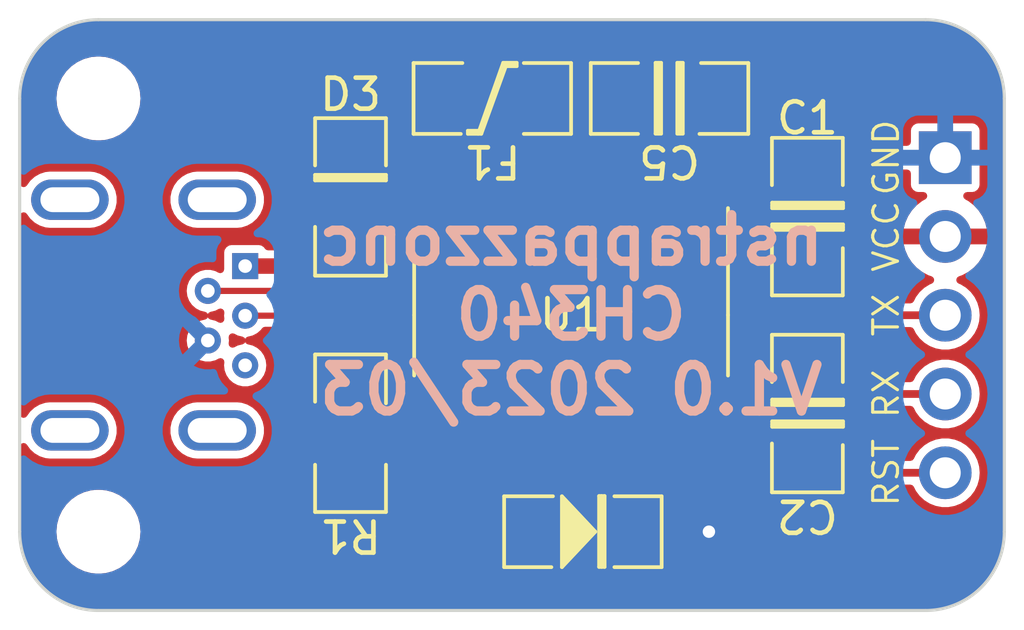
<source format=kicad_pcb>
(kicad_pcb (version 20221018) (generator pcbnew)
  (layers (0 "F.Cu" signal) (31 "B.Cu" signal) (34 "B.Paste" user) (35 "F.Paste" user) (36 "B.SilkS" user "B.Silkscreen") (37 "F.SilkS" user "F.Silkscreen") (38 "B.Mask" user) (39 "F.Mask" user) (44 "Edge.Cuts" user))
  (net 0 "")
  (net 1 "V3")
  (net 2 "RST")
  (net 3 "GND")
  (net 4 "DTR")
  (net 5 "VCC")
  (net 6 "Net-(D1-A)")
  (net 7 "Net-(D3-K)")
  (net 16 "TX")
  (net 17 "RX")
  (net 19 "D-")
  (net 20 "D+")
  (net 21 "VBUS")
  (footprint "Library:R1206" (layer "F.Cu") (at 86.868 117.475 90)
    (fp_text reference "R1" (at -3.302 0 180 unlocked) (layer "F.SilkS"))
    (fp_text value "1K" hide)
    (fp_line (start -2.54 -1.143) (end -1.016 -1.143) (stroke (width 0.12)) (layer "F.SilkS"))
    (fp_line (start -2.54 1.143) (end -2.54 -1.143) (stroke (width 0.12)) (layer "F.SilkS"))
    (fp_line (start -2.54 1.143) (end -1.016 1.143) (stroke (width 0.12)) (layer "F.SilkS"))
    (fp_line (start 2.54 -1.143) (end 1.016 -1.143) (stroke (width 0.12)) (layer "F.SilkS"))
    (fp_line (start 2.54 -1.143) (end 2.54 1.143) (stroke (width 0.12)) (layer "F.SilkS"))
    (fp_line (start 2.54 1.143) (end 0.9652 1.143) (stroke (width 0.12)) (layer "F.SilkS"))
    (pad "1" smd roundrect (at -1.651 0 90) (size 1.4 1.7) (layers "F.Cu" "F.Paste" "F.Mask") (net 6 "Net-(D1-A)"))
    (pad "2" smd roundrect (at 1.651 -0.02 90) (size 1.4 1.75) (layers "F.Cu" "F.Paste" "F.Mask") (net 5 "VCC"))
  )
  (footprint "MountingHole:MountingHole_2.2mm_M2_DIN965" (layer "F.Cu") (at 78.74 120.65)
    (fp_text reference "H2" hide)
    (fp_text value "MountingHole" hide)
    (pad "" np_thru_hole circle (at 0 0) (size 2.2 2.2) (drill 2.2) (layers "*.Cu" "*.Mask"))
  )
  (footprint "Library:F1206" (layer "F.Cu") (at 91.44 106.68 180)
    (fp_text reference "F1" (at 0 -2.032 180 unlocked) (layer "F.SilkS"))
    (fp_text value "Polyfuse" hide)
    (fp_line (start -2.54 -1.143) (end -1.016 -1.143) (stroke (width 0.12)) (layer "F.SilkS"))
    (fp_line (start -2.54 1.143) (end -2.54 -1.143) (stroke (width 0.12)) (layer "F.SilkS"))
    (fp_line (start -2.54 1.143) (end -1.016 1.143) (stroke (width 0.12)) (layer "F.SilkS"))
    (fp_line (start -0.7874 1.0414) (end -0.7874 1.15) (stroke (width 0.12)) (layer "F.SilkS"))
    (fp_line (start -0.7874 1.0414) (end -0.3514 1.0414) (stroke (width 0.12)) (layer "F.SilkS"))
    (fp_line (start -0.7874 1.15) (end -0.3514 1.15) (stroke (width 0.12)) (layer "F.SilkS"))
    (fp_line (start -0.4754 1.15) (end 0.3556 -1.14) (stroke (width 0.12)) (layer "F.SilkS"))
    (fp_line (start -0.3514 1.15) (end 0.4572 -1.14) (stroke (width 0.12)) (layer "F.SilkS"))
    (fp_line (start 0.3514 -1.0414) (end 0.7874 -1.0414) (stroke (width 0.12)) (layer "F.SilkS"))
    (fp_line (start 0.3556 -1.14) (end 0.7874 -1.14) (stroke (width 0.12)) (layer "F.SilkS"))
    (fp_line (start 0.7874 -1.0414) (end 0.7874 -1.14) (stroke (width 0.12)) (layer "F.SilkS"))
    (fp_line (start 2.54 -1.143) (end 1.016 -1.143) (stroke (width 0.12)) (layer "F.SilkS"))
    (fp_line (start 2.54 -1.143) (end 2.54 1.143) (stroke (width 0.12)) (layer "F.SilkS"))
    (fp_line (start 2.54 1.143) (end 0.9652 1.143) (stroke (width 0.12)) (layer "F.SilkS"))
    (pad "1" smd roundrect (at -1.651 0 180) (size 1.4 1.7) (layers "F.Cu" "F.Paste" "F.Mask") (net 5 "VCC"))
    (pad "2" smd roundrect (at 1.651 -0.02 180) (size 1.4 1.75) (layers "F.Cu" "F.Paste" "F.Mask") (net 7 "Net-(D3-K)"))
  )
  (footprint "Library:D1206" (layer "F.Cu") (at 86.868 109.855 -90)
    (fp_text reference "D3" (at -3.302 0 unlocked) (layer "F.SilkS"))
    (fp_text value "D" hide)
    (fp_line (start -2.54 -1.143) (end -1.016 -1.143) (stroke (width 0.12)) (layer "F.SilkS"))
    (fp_line (start -2.54 1.143) (end -2.54 -1.143) (stroke (width 0.12)) (layer "F.SilkS"))
    (fp_line (start -2.54 1.143) (end -1.016 1.143) (stroke (width 0.12)) (layer "F.SilkS"))
    (fp_line (start -0.7112 -1.143) (end -0.5334 -1.143) (stroke (width 0.12)) (layer "F.SilkS"))
    (fp_line (start -0.7112 1.143) (end -0.7112 -1.143) (stroke (width 0.12)) (layer "F.SilkS"))
    (fp_line (start -0.7112 1.143) (end -0.5334 1.143) (stroke (width 0.12)) (layer "F.SilkS"))
    (fp_line (start -0.6096 1.143) (end -0.6096 -1.143) (stroke (width 0.12)) (layer "F.SilkS"))
    (fp_line (start -0.5334 1.143) (end -0.5334 -1.143) (stroke (width 0.12)) (layer "F.SilkS"))
    (fp_line (start 2.54 -1.143) (end 1.016 -1.143) (stroke (width 0.12)) (layer "F.SilkS"))
    (fp_line (start 2.54 -1.143) (end 2.54 1.143) (stroke (width 0.12)) (layer "F.SilkS"))
    (fp_line (start 2.54 1.143) (end 0.9652 1.143) (stroke (width 0.12)) (layer "F.SilkS"))
    (pad "1" smd roundrect (at -1.651 0 270) (size 1.4 1.7) (layers "F.Cu" "F.Paste" "F.Mask") (net 7 "Net-(D3-K)"))
    (pad "2" smd roundrect (at 1.651 -0.02 270) (size 1.4 1.75) (layers "F.Cu" "F.Paste" "F.Mask") (net 21 "VBUS"))
  )
  (footprint "Library:L1206" (layer "F.Cu") (at 94.361 120.65 180)
    (fp_text reference "D1" hide)
    (fp_text value "POWER" hide)
    (fp_line (start -2.54 -1.143) (end -1.016 -1.143) (stroke (width 0.12)) (layer "F.SilkS"))
    (fp_line (start -2.54 1.143) (end -2.54 -1.143) (stroke (width 0.12)) (layer "F.SilkS"))
    (fp_line (start -2.54 1.143) (end -1.016 1.143) (stroke (width 0.12)) (layer "F.SilkS"))
    (fp_line (start -0.7 -1.136) (end -0.5222 -1.136) (stroke (width 0.12)) (layer "F.SilkS"))
    (fp_line (start -0.7 1.15) (end -0.7 -1.136) (stroke (width 0.12)) (layer "F.SilkS"))
    (fp_line (start -0.7 1.15) (end -0.5222 1.15) (stroke (width 0.12)) (layer "F.SilkS"))
    (fp_line (start -0.5984 1.15) (end -0.5984 -1.136) (stroke (width 0.12)) (layer "F.SilkS"))
    (fp_line (start -0.5222 1.15) (end -0.5222 -1.136) (stroke (width 0.12)) (layer "F.SilkS"))
    (fp_line (start -0.4 0) (end 0.6762 -1.143) (stroke (width 0.12)) (layer "F.SilkS"))
    (fp_line (start -0.35 0) (end -0.35 0) (stroke (width 0.12)) (layer "F.SilkS"))
    (fp_line (start -0.25 0.1) (end -0.25 -0.1) (stroke (width 0.12)) (layer "F.SilkS"))
    (fp_line (start -0.15 0.2) (end -0.15 -0.2) (stroke (width 0.12)) (layer "F.SilkS"))
    (fp_line (start -0.05 0.3) (end -0.05 -0.3) (stroke (width 0.12)) (layer "F.SilkS"))
    (fp_line (start 0.05 0.4) (end 0.05 -0.4) (stroke (width 0.12)) (layer "F.SilkS"))
    (fp_line (start 0.15 0.5) (end 0.15 -0.5) (stroke (width 0.12)) (layer "F.SilkS"))
    (fp_line (start 0.25 0.65) (end 0.25 -0.6) (stroke (width 0.12)) (layer "F.SilkS"))
    (fp_line (start 0.35 0.75) (end 0.35 -0.75) (stroke (width 0.12)) (layer "F.SilkS"))
    (fp_line (start 0.45 0.8) (end 0.45 -0.8) (stroke (width 0.12)) (layer "F.SilkS"))
    (fp_line (start 0.5 0.9) (end 0.5 -0.9) (stroke (width 0.12)) (layer "F.SilkS"))
    (fp_line (start 0.6 0.95) (end 0.6 -0.943) (stroke (width 0.12)) (layer "F.SilkS"))
    (fp_line (start 0.6762 1.143) (end -0.4 0) (stroke (width 0.12)) (layer "F.SilkS"))
    (fp_line (start 0.6762 1.143) (end 0.6762 -1.143) (stroke (width 0.12)) (layer "F.SilkS"))
    (fp_line (start 2.54 -1.143) (end 1.016 -1.143) (stroke (width 0.12)) (layer "F.SilkS"))
    (fp_line (start 2.54 -1.143) (end 2.54 1.143) (stroke (width 0.12)) (layer "F.SilkS"))
    (fp_line (start 2.54 1.143) (end 0.9652 1.143) (stroke (width 0.12)) (layer "F.SilkS"))
    (pad "1" smd roundrect (at -1.651 0 180) (size 1.4 1.7) (layers "F.Cu" "F.Paste" "F.Mask") (net 3 "GND"))
    (pad "2" smd roundrect (at 1.651 -0.02 180) (size 1.4 1.75) (layers "F.Cu" "F.Paste" "F.Mask") (net 6 "Net-(D1-A)"))
  )
  (footprint "Library:C1206" (layer "F.Cu") (at 97.155 106.68)
    (fp_text reference "C5" (at 0 2.032 180 unlocked) (layer "F.SilkS"))
    (fp_text value "100nF" hide)
    (fp_line (start -2.54 -1.143) (end -1.016 -1.143) (stroke (width 0.12)) (layer "F.SilkS"))
    (fp_line (start -2.54 1.143) (end -2.54 -1.143) (stroke (width 0.12)) (layer "F.SilkS"))
    (fp_line (start -2.54 1.143) (end -1.016 1.143) (stroke (width 0.12)) (layer "F.SilkS"))
    (fp_line (start -0.45 -1.15) (end -0.2722 -1.15) (stroke (width 0.12)) (layer "F.SilkS"))
    (fp_line (start -0.45 1.136) (end -0.45 -1.15) (stroke (width 0.12)) (layer "F.SilkS"))
    (fp_line (start -0.45 1.136) (end -0.2722 1.136) (stroke (width 0.12)) (layer "F.SilkS"))
    (fp_line (start -0.3484 1.136) (end -0.3484 -1.15) (stroke (width 0.12)) (layer "F.SilkS"))
    (fp_line (start -0.2722 1.136) (end -0.2722 -1.15) (stroke (width 0.12)) (layer "F.SilkS"))
    (fp_line (start 0.25 -1.15) (end 0.4278 -1.15) (stroke (width 0.12)) (layer "F.SilkS"))
    (fp_line (start 0.25 1.136) (end 0.25 -1.15) (stroke (width 0.12)) (layer "F.SilkS"))
    (fp_line (start 0.25 1.136) (end 0.4278 1.136) (stroke (width 0.12)) (layer "F.SilkS"))
    (fp_line (start 0.3516 1.136) (end 0.3516 -1.15) (stroke (width 0.12)) (layer "F.SilkS"))
    (fp_line (start 0.4278 1.136) (end 0.4278 -1.15) (stroke (width 0.12)) (layer "F.SilkS"))
    (fp_line (start 2.54 -1.143) (end 1.016 -1.143) (stroke (width 0.12)) (layer "F.SilkS"))
    (fp_line (start 2.54 -1.143) (end 2.54 1.143) (stroke (width 0.12)) (layer "F.SilkS"))
    (fp_line (start 2.54 1.143) (end 0.9652 1.143) (stroke (width 0.12)) (layer "F.SilkS"))
    (pad "1" smd roundrect (at -1.651 0) (size 1.4 1.7) (layers "F.Cu" "F.Paste" "F.Mask") (net 5 "VCC"))
    (pad "2" smd roundrect (at 1.651 -0.02) (size 1.4 1.75) (layers "F.Cu" "F.Paste" "F.Mask") (net 3 "GND"))
  )
  (footprint "Connector_PinHeader_2.54mm:PinHeader_1x05_P2.54mm_Vertical" (layer "F.Cu") (at 106.045 108.59)
    (fp_text reference "J2" hide)
    (fp_text value "Serial Connector" hide)
    (pad "1" thru_hole rect (at 0 0) (size 1.7 1.7) (drill 1) (layers "*.Cu" "*.Mask") (net 3 "GND"))
    (pad "2" thru_hole oval (at 0 2.54) (size 1.7 1.7) (drill 1) (layers "*.Cu" "*.Mask") (net 5 "VCC"))
    (pad "3" thru_hole oval (at 0 5.08) (size 1.7 1.7) (drill 1) (layers "*.Cu" "*.Mask") (net 16 "TX"))
    (pad "4" thru_hole oval (at 0 7.62) (size 1.7 1.7) (drill 1) (layers "*.Cu" "*.Mask") (net 17 "RX"))
    (pad "5" thru_hole oval (at 0 10.16) (size 1.7 1.7) (drill 1) (layers "*.Cu" "*.Mask") (net 2 "RST"))
  )
  (footprint "Library:C1206" (layer "F.Cu") (at 101.6 116.84 -90)
    (fp_text reference "C2" (at 3.302 0 180 unlocked) (layer "F.SilkS"))
    (fp_text value "100nF" hide)
    (fp_line (start -2.54 -1.143) (end -1.016 -1.143) (stroke (width 0.12)) (layer "F.SilkS"))
    (fp_line (start -2.54 1.143) (end -2.54 -1.143) (stroke (width 0.12)) (layer "F.SilkS"))
    (fp_line (start -2.54 1.143) (end -1.016 1.143) (stroke (width 0.12)) (layer "F.SilkS"))
    (fp_line (start -0.45 -1.15) (end -0.2722 -1.15) (stroke (width 0.12)) (layer "F.SilkS"))
    (fp_line (start -0.45 1.136) (end -0.45 -1.15) (stroke (width 0.12)) (layer "F.SilkS"))
    (fp_line (start -0.45 1.136) (end -0.2722 1.136) (stroke (width 0.12)) (layer "F.SilkS"))
    (fp_line (start -0.3484 1.136) (end -0.3484 -1.15) (stroke (width 0.12)) (layer "F.SilkS"))
    (fp_line (start -0.2722 1.136) (end -0.2722 -1.15) (stroke (width 0.12)) (layer "F.SilkS"))
    (fp_line (start 0.25 -1.15) (end 0.4278 -1.15) (stroke (width 0.12)) (layer "F.SilkS"))
    (fp_line (start 0.25 1.136) (end 0.25 -1.15) (stroke (width 0.12)) (layer "F.SilkS"))
    (fp_line (start 0.25 1.136) (end 0.4278 1.136) (stroke (width 0.12)) (layer "F.SilkS"))
    (fp_line (start 0.3516 1.136) (end 0.3516 -1.15) (stroke (width 0.12)) (layer "F.SilkS"))
    (fp_line (start 0.4278 1.136) (end 0.4278 -1.15) (stroke (width 0.12)) (layer "F.SilkS"))
    (fp_line (start 2.54 -1.143) (end 1.016 -1.143) (stroke (width 0.12)) (layer "F.SilkS"))
    (fp_line (start 2.54 -1.143) (end 2.54 1.143) (stroke (width 0.12)) (layer "F.SilkS"))
    (fp_line (start 2.54 1.143) (end 0.9652 1.143) (stroke (width 0.12)) (layer "F.SilkS"))
    (pad "1" smd roundrect (at -1.651 0 270) (size 1.4 1.7) (layers "F.Cu" "F.Paste" "F.Mask") (net 4 "DTR"))
    (pad "2" smd roundrect (at 1.651 -0.02 270) (size 1.4 1.75) (layers "F.Cu" "F.Paste" "F.Mask") (net 2 "RST"))
  )
  (footprint "Library:USB_Micro-B" (layer "F.Cu") (at 80.645 113.665 -90)
    (fp_text reference "J1" hide)
    (fp_text value "USB_A" hide)
    (pad "1" thru_hole rect (at -1.58 -2.826 270) (size 0.84 0.84) (drill 0.44) (layers "*.Cu" "*.Mask") (net 21 "VBUS"))
    (pad "2" thru_hole circle (at -0.78 -1.622 270) (size 0.84 0.84) (drill 0.44) (layers "*.Cu" "*.Mask") (net 19 "D-"))
    (pad "3" thru_hole circle (at 0.02 -2.826 270) (size 0.84 0.84) (drill 0.44) (layers "*.Cu" "*.Mask") (net 20 "D+"))
    (pad "4" thru_hole circle (at 0.82 -1.622 270) (size 0.84 0.84) (drill 0.44) (layers "*.Cu" "*.Mask") (net 3 "GND"))
    (pad "5" thru_hole circle (at 1.62 -2.826 270) (size 0.84 0.84) (drill 0.44) (layers "*.Cu" "*.Mask"))
    (pad "6" thru_hole oval (at -3.72 -1.924 270) (size 1.3 2.5) (drill oval 0.8 1.9) (layers "*.Cu" "*.Mask"))
    (pad "6" thru_hole oval (at -3.72 2.826 270) (size 1.3 2.5) (drill oval 0.8 1.9) (layers "*.Cu" "*.Mask"))
    (pad "6" thru_hole oval (at 3.72 -1.924 270) (size 1.3 2.5) (drill oval 0.8 1.9) (layers "*.Cu" "*.Mask"))
    (pad "6" thru_hole oval (at 3.72 2.826 270) (size 1.3 2.5) (drill oval 0.8 1.9) (layers "*.Cu" "*.Mask"))
  )
  (footprint "Package_SO:SOIC-16_3.9x9.9mm_P1.27mm" (layer "F.Cu") (at 93.98 113.665 -90)
    (fp_text reference "U1" (at 0 0) (layer "F.SilkS"))
    (fp_text value "CH340C" hide)
    (fp_line (start 0 -5.06) (end -3.45 -5.06) (stroke (width 0.12)) (layer "F.SilkS"))
    (fp_line (start 0 -5.06) (end 1.95 -5.06) (stroke (width 0.12)) (layer "F.SilkS"))
    (fp_line (start 0 5.06) (end -1.95 5.06) (stroke (width 0.12)) (layer "F.SilkS"))
    (fp_line (start 0 5.06) (end 1.95 5.06) (stroke (width 0.12)) (layer "F.SilkS"))
    (pad "1" smd roundrect (at -2.475 -4.445 270) (size 1.95 0.6) (layers "F.Cu" "F.Paste" "F.Mask") (net 3 "GND"))
    (pad "2" smd roundrect (at -2.475 -3.175 270) (size 1.95 0.6) (layers "F.Cu" "F.Paste" "F.Mask") (net 16 "TX"))
    (pad "3" smd roundrect (at -2.475 -1.905 270) (size 1.95 0.6) (layers "F.Cu" "F.Paste" "F.Mask") (net 17 "RX"))
    (pad "4" smd roundrect (at -2.475 -0.635 270) (size 1.95 0.6) (layers "F.Cu" "F.Paste" "F.Mask") (net 1 "V3"))
    (pad "5" smd roundrect (at -2.475 0.635 270) (size 1.95 0.6) (layers "F.Cu" "F.Paste" "F.Mask") (net 20 "D+"))
    (pad "6" smd roundrect (at -2.475 1.905 270) (size 1.95 0.6) (layers "F.Cu" "F.Paste" "F.Mask") (net 19 "D-"))
    (pad "7" smd roundrect (at -2.475 3.175 270) (size 1.95 0.6) (layers "F.Cu" "F.Paste" "F.Mask"))
    (pad "8" smd roundrect (at -2.475 4.445 270) (size 1.95 0.6) (layers "F.Cu" "F.Paste" "F.Mask"))
    (pad "9" smd roundrect (at 2.475 4.445 270) (size 1.95 0.6) (layers "F.Cu" "F.Paste" "F.Mask"))
    (pad "10" smd roundrect (at 2.475 3.175 270) (size 1.95 0.6) (layers "F.Cu" "F.Paste" "F.Mask"))
    (pad "11" smd roundrect (at 2.475 1.905 270) (size 1.95 0.6) (layers "F.Cu" "F.Paste" "F.Mask"))
    (pad "12" smd roundrect (at 2.475 0.635 270) (size 1.95 0.6) (layers "F.Cu" "F.Paste" "F.Mask"))
    (pad "13" smd roundrect (at 2.475 -0.635 270) (size 1.95 0.6) (layers "F.Cu" "F.Paste" "F.Mask") (net 4 "DTR"))
    (pad "14" smd roundrect (at 2.475 -1.905 270) (size 1.95 0.6) (layers "F.Cu" "F.Paste" "F.Mask"))
    (pad "15" smd roundrect (at 2.475 -3.175 270) (size 1.95 0.6) (layers "F.Cu" "F.Paste" "F.Mask"))
    (pad "16" smd roundrect (at 2.475 -4.445 270) (size 1.95 0.6) (layers "F.Cu" "F.Paste" "F.Mask") (net 5 "VCC"))
  )
  (footprint "Library:C1206" (layer "F.Cu") (at 101.6 110.49 -90)
    (fp_text reference "C1" (at -3.175 0 unlocked) (layer "F.SilkS"))
    (fp_text value "10nF" hide)
    (fp_line (start -2.54 -1.143) (end -1.016 -1.143) (stroke (width 0.12)) (layer "F.SilkS"))
    (fp_line (start -2.54 1.143) (end -2.54 -1.143) (stroke (width 0.12)) (layer "F.SilkS"))
    (fp_line (start -2.54 1.143) (end -1.016 1.143) (stroke (width 0.12)) (layer "F.SilkS"))
    (fp_line (start -0.45 -1.15) (end -0.2722 -1.15) (stroke (width 0.12)) (layer "F.SilkS"))
    (fp_line (start -0.45 1.136) (end -0.45 -1.15) (stroke (width 0.12)) (layer "F.SilkS"))
    (fp_line (start -0.45 1.136) (end -0.2722 1.136) (stroke (width 0.12)) (layer "F.SilkS"))
    (fp_line (start -0.3484 1.136) (end -0.3484 -1.15) (stroke (width 0.12)) (layer "F.SilkS"))
    (fp_line (start -0.2722 1.136) (end -0.2722 -1.15) (stroke (width 0.12)) (layer "F.SilkS"))
    (fp_line (start 0.25 -1.15) (end 0.4278 -1.15) (stroke (width 0.12)) (layer "F.SilkS"))
    (fp_line (start 0.25 1.136) (end 0.25 -1.15) (stroke (width 0.12)) (layer "F.SilkS"))
    (fp_line (start 0.25 1.136) (end 0.4278 1.136) (stroke (width 0.12)) (layer "F.SilkS"))
    (fp_line (start 0.3516 1.136) (end 0.3516 -1.15) (stroke (width 0.12)) (layer "F.SilkS"))
    (fp_line (start 0.4278 1.136) (end 0.4278 -1.15) (stroke (width 0.12)) (layer "F.SilkS"))
    (fp_line (start 2.54 -1.143) (end 1.016 -1.143) (stroke (width 0.12)) (layer "F.SilkS"))
    (fp_line (start 2.54 -1.143) (end 2.54 1.143) (stroke (width 0.12)) (layer "F.SilkS"))
    (fp_line (start 2.54 1.143) (end 0.9652 1.143) (stroke (width 0.12)) (layer "F.SilkS"))
    (pad "1" smd roundrect (at -1.651 0 270) (size 1.4 1.7) (layers "F.Cu" "F.Paste" "F.Mask") (net 1 "V3"))
    (pad "2" smd roundrect (at 1.651 -0.02 270) (size 1.4 1.75) (layers "F.Cu" "F.Paste" "F.Mask") (net 3 "GND"))
  )
  (footprint "MountingHole:MountingHole_2.2mm_M2_DIN965" (layer "F.Cu") (at 78.74 106.68)
    (fp_text reference "H1" hide)
    (fp_text value "MountingHole" hide)
    (pad "" np_thru_hole circle (at 0 0) (size 2.2 2.2) (drill 2.2) (layers "*.Cu" "*.Mask"))
  )
  (gr_line (start 107.95 106.68) (end 107.95 120.65) (stroke (width 0.1)) (layer "Edge.Cuts"))
  (gr_arc (start 78.74 123.19) (mid 76.943949 122.446051) (end 76.2 120.65) (stroke (width 0.1)) (layer "Edge.Cuts"))
  (gr_line (start 105.41 104.14) (end 78.74 104.14) (stroke (width 0.1)) (layer "Edge.Cuts"))
  (gr_arc (start 107.95 120.65) (mid 107.206051 122.446051) (end 105.41 123.19) (stroke (width 0.1)) (layer "Edge.Cuts"))
  (gr_line (start 78.74 123.19) (end 105.41 123.19) (stroke (width 0.1)) (layer "Edge.Cuts"))
  (gr_line (start 76.2 106.68) (end 76.2 120.65) (stroke (width 0.1)) (layer "Edge.Cuts"))
  (gr_arc (start 76.2 106.68) (mid 76.943949 104.883949) (end 78.74 104.14) (stroke (width 0.1)) (layer "Edge.Cuts"))
  (gr_arc (start 105.41 104.14) (mid 107.206051 104.883949) (end 107.95 106.68) (stroke (width 0.1)) (layer "Edge.Cuts"))
  (gr_text "nstrappazzonc\nCH340\nV1.0 2023/03" (at 93.98 113.665) (layer "B.SilkS") (effects (font (size 1.5 1.5) (thickness 0.3)) (justify mirror)))
  (gr_text "RST" (at 104.14 118.745 90) (layer "F.SilkS") (effects (font (size 0.8 0.8) (thickness 0.1))))
  (gr_text "TX" (at 104.14 113.665 90) (layer "F.SilkS") (effects (font (size 0.8 0.8) (thickness 0.1))))
  (gr_text "RX" (at 104.14 116.205 90) (layer "F.SilkS") (effects (font (size 0.8 0.8) (thickness 0.1))))
  (gr_text "GND" (at 104.14 108.585 90) (layer "F.SilkS") (effects (font (size 0.8 0.8) (thickness 0.1))))
  (gr_text "VCC" (at 104.14 111.125 90) (layer "F.SilkS") (effects (font (size 0.8 0.8) (thickness 0.1))))
  (segment (start 94.615 109.22) (end 94.996 108.839) (width 0.25) (layer "F.Cu") (net 1))
  (segment (start 94.615 111.19) (end 94.615 109.22) (width 0.25) (layer "F.Cu") (net 1))
  (segment (start 94.996 108.839) (end 101.58 108.839) (width 0.25) (layer "F.Cu") (net 1))
  (segment (start 103.51 118.75) (end 106.045 118.75) (width 0.25) (layer "F.Cu") (net 2))
  (segment (start 103.251 118.491) (end 103.51 118.75) (width 0.25) (layer "F.Cu") (net 2))
  (segment (start 101.62 118.491) (end 103.251 118.491) (width 0.25) (layer "F.Cu") (net 2))
  (segment (start 103.632 106.934) (end 103.358 106.66) (width 0.25) (layer "F.Cu") (net 3))
  (segment (start 99.949 112.141) (end 101.6 112.141) (width 0.25) (layer "F.Cu") (net 3))
  (segment (start 104.018 108.59) (end 103.632 108.204) (width 0.25) (layer "F.Cu") (net 3))
  (segment (start 99.695 111.506) (end 99.695 111.887) (width 0.25) (layer "F.Cu") (net 3))
  (segment (start 103.632 109.098) (end 104.14 108.59) (width 0.25) (layer "F.Cu") (net 3))
  (segment (start 104.14 108.59) (end 106.045 108.59) (width 0.25) (layer "F.Cu") (net 3))
  (segment (start 104.14 108.59) (end 104.018 108.59) (width 0.25) (layer "F.Cu") (net 3))
  (segment (start 101.6 112.141) (end 103.251 112.141) (width 0.25) (layer "F.Cu") (net 3))
  (segment (start 103.632 108.204) (end 103.632 106.934) (width 0.25) (layer "F.Cu") (net 3))
  (segment (start 99.695 111.887) (end 99.949 112.141) (width 0.25) (layer "F.Cu") (net 3))
  (segment (start 98.425 111.19) (end 99.379 111.19) (width 0.25) (layer "F.Cu") (net 3))
  (segment (start 103.251 112.141) (end 103.632 111.76) (width 0.25) (layer "F.Cu") (net 3))
  (segment (start 103.358 106.66) (end 98.806 106.66) (width 0.25) (layer "F.Cu") (net 3))
  (segment (start 96.012 120.65) (end 98.425 120.65) (width 0.25) (layer "F.Cu") (net 3))
  (segment (start 99.379 111.19) (end 99.695 111.506) (width 0.25) (layer "F.Cu") (net 3))
  (segment (start 103.632 111.76) (end 103.632 109.098) (width 0.25) (layer "F.Cu") (net 3))
  (via (at 98.425 120.65) (size 0.8) (drill 0.4) (layers "F.Cu" "B.Cu") (net 3))
  (segment (start 95.123 114.427) (end 99.441 114.427) (width 0.25) (layer "F.Cu") (net 4))
  (segment (start 94.615 116.14) (end 94.615 114.935) (width 0.25) (layer "F.Cu") (net 4))
  (segment (start 94.615 114.935) (end 95.123 114.427) (width 0.25) (layer "F.Cu") (net 4))
  (segment (start 99.441 114.427) (end 100.203 115.189) (width 0.25) (layer "F.Cu") (net 4))
  (segment (start 100.203 115.189) (end 101.6 115.189) (width 0.25) (layer "F.Cu") (net 4))
  (segment (start 86.868 119.126) (end 89.027 119.126) (width 0.25) (layer "F.Cu") (net 6))
  (segment (start 89.027 119.126) (end 90.571 120.67) (width 0.25) (layer "F.Cu") (net 6))
  (segment (start 90.571 120.67) (end 92.71 120.67) (width 0.25) (layer "F.Cu") (net 6))
  (segment (start 86.868 107.061) (end 87.229 106.7) (width 0.5) (layer "F.Cu") (net 7))
  (segment (start 86.868 108.204) (end 86.868 107.061) (width 0.5) (layer "F.Cu") (net 7))
  (segment (start 87.229 106.7) (end 89.789 106.7) (width 0.5) (layer "F.Cu") (net 7))
  (segment (start 103.891 113.67) (end 103.6138 113.3928) (width 0.25) (layer "F.Cu") (net 16))
  (segment (start 97.155 112.649) (end 97.155 111.19) (width 0.25) (layer "F.Cu") (net 16))
  (segment (start 97.8988 113.3928) (end 97.155 112.649) (width 0.25) (layer "F.Cu") (net 16))
  (segment (start 103.6138 113.3928) (end 97.8988 113.3928) (width 0.25) (layer "F.Cu") (net 16))
  (segment (start 106.045 113.67) (end 103.891 113.67) (width 0.25) (layer "F.Cu") (net 16))
  (segment (start 103.378 113.919) (end 96.901 113.919) (width 0.25) (layer "F.Cu") (net 17))
  (segment (start 96.901 113.919) (end 95.885 112.903) (width 0.25) (layer "F.Cu") (net 17))
  (segment (start 103.886 114.427) (end 103.378 113.919) (width 0.25) (layer "F.Cu") (net 17))
  (segment (start 103.886 115.8748) (end 103.886 114.427) (width 0.25) (layer "F.Cu") (net 17))
  (segment (start 104.2212 116.21) (end 103.886 115.8748) (width 0.25) (layer "F.Cu") (net 17))
  (segment (start 106.045 116.21) (end 104.2212 116.21) (width 0.25) (layer "F.Cu") (net 17))
  (segment (start 95.885 112.903) (end 95.885 111.19) (width 0.25) (layer "F.Cu") (net 17))
  (segment (start 82.267 112.885) (end 91.585 112.885) (width 0.2) (layer "F.Cu") (net 19))
  (segment (start 91.585 112.885) (end 92.075 112.395) (width 0.2) (layer "F.Cu") (net 19))
  (segment (start 92.075 112.395) (end 92.075 111.19) (width 0.2) (layer "F.Cu") (net 19))
  (segment (start 83.471 113.685) (end 92.055 113.685) (width 0.2) (layer "F.Cu") (net 20))
  (segment (start 92.055 113.685) (end 93.345 112.395) (width 0.2) (layer "F.Cu") (net 20))
  (segment (start 93.345 112.395) (end 93.345 111.19) (width 0.2) (layer "F.Cu") (net 20))
  (segment (start 83.471 112.085) (end 84.892 112.085) (width 0.5) (layer "F.Cu") (net 21))
  (segment (start 84.892 112.085) (end 85.471 111.506) (width 0.5) (layer "F.Cu") (net 21))
  (segment (start 85.471 111.506) (end 86.888 111.506) (width 0.5) (layer "F.Cu") (net 21))
  (zone (net 5) (net_name "VCC") (layer "F.Cu") (connect_pads (clearance 0.256)) (min_thickness 0.256) (fill yes (thermal_gap 0.508) (thermal_bridge_width 0.508) (island_removal_mode 1) (island_area_min 0))
    (polygon (pts (xy 108.585 123.825) (xy 76.2 123.825) (xy 76.2 104.14) (xy 108.585 104.14)))
  )
  (zone (net 3) (net_name "GND") (layer "B.Cu") (connect_pads (clearance 0.508)) (min_thickness 0.256) (fill yes (thermal_gap 0.508) (thermal_bridge_width 0.508) (island_removal_mode 1) (island_area_min 0))
    (polygon (pts (xy 107.95 123.19) (xy 75.565 123.19) (xy 75.565 103.505) (xy 107.95 103.505)))
  )
)
</source>
